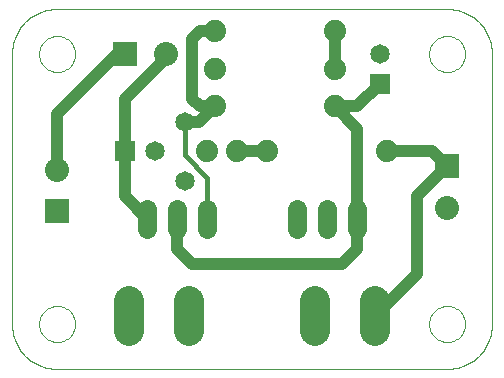
<source format=gtl>
G75*
%MOIN*%
%OFA0B0*%
%FSLAX24Y24*%
%IPPOS*%
%LPD*%
%AMOC8*
5,1,8,0,0,1.08239X$1,22.5*
%
%ADD10C,0.0000*%
%ADD11C,0.0640*%
%ADD12C,0.0650*%
%ADD13R,0.0650X0.0650*%
%ADD14C,0.0740*%
%ADD15R,0.0800X0.0800*%
%ADD16C,0.0800*%
%ADD17C,0.1000*%
%ADD18C,0.0400*%
%ADD19C,0.0160*%
D10*
X001680Y000180D02*
X014680Y000180D01*
X014080Y001680D02*
X014082Y001729D01*
X014088Y001777D01*
X014098Y001825D01*
X014112Y001872D01*
X014129Y001918D01*
X014150Y001962D01*
X014175Y002004D01*
X014203Y002044D01*
X014235Y002082D01*
X014269Y002117D01*
X014306Y002149D01*
X014345Y002178D01*
X014387Y002204D01*
X014431Y002226D01*
X014476Y002244D01*
X014523Y002259D01*
X014570Y002270D01*
X014619Y002277D01*
X014668Y002280D01*
X014717Y002279D01*
X014765Y002274D01*
X014814Y002265D01*
X014861Y002252D01*
X014907Y002235D01*
X014951Y002215D01*
X014994Y002191D01*
X015035Y002164D01*
X015073Y002133D01*
X015109Y002100D01*
X015141Y002064D01*
X015171Y002025D01*
X015198Y001984D01*
X015221Y001940D01*
X015240Y001895D01*
X015256Y001849D01*
X015268Y001802D01*
X015276Y001753D01*
X015280Y001704D01*
X015280Y001656D01*
X015276Y001607D01*
X015268Y001558D01*
X015256Y001511D01*
X015240Y001465D01*
X015221Y001420D01*
X015198Y001376D01*
X015171Y001335D01*
X015141Y001296D01*
X015109Y001260D01*
X015073Y001227D01*
X015035Y001196D01*
X014994Y001169D01*
X014951Y001145D01*
X014907Y001125D01*
X014861Y001108D01*
X014814Y001095D01*
X014765Y001086D01*
X014717Y001081D01*
X014668Y001080D01*
X014619Y001083D01*
X014570Y001090D01*
X014523Y001101D01*
X014476Y001116D01*
X014431Y001134D01*
X014387Y001156D01*
X014345Y001182D01*
X014306Y001211D01*
X014269Y001243D01*
X014235Y001278D01*
X014203Y001316D01*
X014175Y001356D01*
X014150Y001398D01*
X014129Y001442D01*
X014112Y001488D01*
X014098Y001535D01*
X014088Y001583D01*
X014082Y001631D01*
X014080Y001680D01*
X014680Y000180D02*
X014756Y000182D01*
X014832Y000188D01*
X014907Y000197D01*
X014982Y000211D01*
X015056Y000228D01*
X015129Y000249D01*
X015201Y000273D01*
X015272Y000302D01*
X015341Y000333D01*
X015408Y000368D01*
X015473Y000407D01*
X015537Y000449D01*
X015598Y000494D01*
X015657Y000542D01*
X015713Y000593D01*
X015767Y000647D01*
X015818Y000703D01*
X015866Y000762D01*
X015911Y000823D01*
X015953Y000887D01*
X015992Y000952D01*
X016027Y001019D01*
X016058Y001088D01*
X016087Y001159D01*
X016111Y001231D01*
X016132Y001304D01*
X016149Y001378D01*
X016163Y001453D01*
X016172Y001528D01*
X016178Y001604D01*
X016180Y001680D01*
X016180Y010680D01*
X014080Y010680D02*
X014082Y010729D01*
X014088Y010777D01*
X014098Y010825D01*
X014112Y010872D01*
X014129Y010918D01*
X014150Y010962D01*
X014175Y011004D01*
X014203Y011044D01*
X014235Y011082D01*
X014269Y011117D01*
X014306Y011149D01*
X014345Y011178D01*
X014387Y011204D01*
X014431Y011226D01*
X014476Y011244D01*
X014523Y011259D01*
X014570Y011270D01*
X014619Y011277D01*
X014668Y011280D01*
X014717Y011279D01*
X014765Y011274D01*
X014814Y011265D01*
X014861Y011252D01*
X014907Y011235D01*
X014951Y011215D01*
X014994Y011191D01*
X015035Y011164D01*
X015073Y011133D01*
X015109Y011100D01*
X015141Y011064D01*
X015171Y011025D01*
X015198Y010984D01*
X015221Y010940D01*
X015240Y010895D01*
X015256Y010849D01*
X015268Y010802D01*
X015276Y010753D01*
X015280Y010704D01*
X015280Y010656D01*
X015276Y010607D01*
X015268Y010558D01*
X015256Y010511D01*
X015240Y010465D01*
X015221Y010420D01*
X015198Y010376D01*
X015171Y010335D01*
X015141Y010296D01*
X015109Y010260D01*
X015073Y010227D01*
X015035Y010196D01*
X014994Y010169D01*
X014951Y010145D01*
X014907Y010125D01*
X014861Y010108D01*
X014814Y010095D01*
X014765Y010086D01*
X014717Y010081D01*
X014668Y010080D01*
X014619Y010083D01*
X014570Y010090D01*
X014523Y010101D01*
X014476Y010116D01*
X014431Y010134D01*
X014387Y010156D01*
X014345Y010182D01*
X014306Y010211D01*
X014269Y010243D01*
X014235Y010278D01*
X014203Y010316D01*
X014175Y010356D01*
X014150Y010398D01*
X014129Y010442D01*
X014112Y010488D01*
X014098Y010535D01*
X014088Y010583D01*
X014082Y010631D01*
X014080Y010680D01*
X014680Y012180D02*
X014756Y012178D01*
X014832Y012172D01*
X014907Y012163D01*
X014982Y012149D01*
X015056Y012132D01*
X015129Y012111D01*
X015201Y012087D01*
X015272Y012058D01*
X015341Y012027D01*
X015408Y011992D01*
X015473Y011953D01*
X015537Y011911D01*
X015598Y011866D01*
X015657Y011818D01*
X015713Y011767D01*
X015767Y011713D01*
X015818Y011657D01*
X015866Y011598D01*
X015911Y011537D01*
X015953Y011473D01*
X015992Y011408D01*
X016027Y011341D01*
X016058Y011272D01*
X016087Y011201D01*
X016111Y011129D01*
X016132Y011056D01*
X016149Y010982D01*
X016163Y010907D01*
X016172Y010832D01*
X016178Y010756D01*
X016180Y010680D01*
X014680Y012180D02*
X001680Y012180D01*
X001080Y010680D02*
X001082Y010729D01*
X001088Y010777D01*
X001098Y010825D01*
X001112Y010872D01*
X001129Y010918D01*
X001150Y010962D01*
X001175Y011004D01*
X001203Y011044D01*
X001235Y011082D01*
X001269Y011117D01*
X001306Y011149D01*
X001345Y011178D01*
X001387Y011204D01*
X001431Y011226D01*
X001476Y011244D01*
X001523Y011259D01*
X001570Y011270D01*
X001619Y011277D01*
X001668Y011280D01*
X001717Y011279D01*
X001765Y011274D01*
X001814Y011265D01*
X001861Y011252D01*
X001907Y011235D01*
X001951Y011215D01*
X001994Y011191D01*
X002035Y011164D01*
X002073Y011133D01*
X002109Y011100D01*
X002141Y011064D01*
X002171Y011025D01*
X002198Y010984D01*
X002221Y010940D01*
X002240Y010895D01*
X002256Y010849D01*
X002268Y010802D01*
X002276Y010753D01*
X002280Y010704D01*
X002280Y010656D01*
X002276Y010607D01*
X002268Y010558D01*
X002256Y010511D01*
X002240Y010465D01*
X002221Y010420D01*
X002198Y010376D01*
X002171Y010335D01*
X002141Y010296D01*
X002109Y010260D01*
X002073Y010227D01*
X002035Y010196D01*
X001994Y010169D01*
X001951Y010145D01*
X001907Y010125D01*
X001861Y010108D01*
X001814Y010095D01*
X001765Y010086D01*
X001717Y010081D01*
X001668Y010080D01*
X001619Y010083D01*
X001570Y010090D01*
X001523Y010101D01*
X001476Y010116D01*
X001431Y010134D01*
X001387Y010156D01*
X001345Y010182D01*
X001306Y010211D01*
X001269Y010243D01*
X001235Y010278D01*
X001203Y010316D01*
X001175Y010356D01*
X001150Y010398D01*
X001129Y010442D01*
X001112Y010488D01*
X001098Y010535D01*
X001088Y010583D01*
X001082Y010631D01*
X001080Y010680D01*
X000180Y010680D02*
X000182Y010756D01*
X000188Y010832D01*
X000197Y010907D01*
X000211Y010982D01*
X000228Y011056D01*
X000249Y011129D01*
X000273Y011201D01*
X000302Y011272D01*
X000333Y011341D01*
X000368Y011408D01*
X000407Y011473D01*
X000449Y011537D01*
X000494Y011598D01*
X000542Y011657D01*
X000593Y011713D01*
X000647Y011767D01*
X000703Y011818D01*
X000762Y011866D01*
X000823Y011911D01*
X000887Y011953D01*
X000952Y011992D01*
X001019Y012027D01*
X001088Y012058D01*
X001159Y012087D01*
X001231Y012111D01*
X001304Y012132D01*
X001378Y012149D01*
X001453Y012163D01*
X001528Y012172D01*
X001604Y012178D01*
X001680Y012180D01*
X000180Y010680D02*
X000180Y001680D01*
X001080Y001680D02*
X001082Y001729D01*
X001088Y001777D01*
X001098Y001825D01*
X001112Y001872D01*
X001129Y001918D01*
X001150Y001962D01*
X001175Y002004D01*
X001203Y002044D01*
X001235Y002082D01*
X001269Y002117D01*
X001306Y002149D01*
X001345Y002178D01*
X001387Y002204D01*
X001431Y002226D01*
X001476Y002244D01*
X001523Y002259D01*
X001570Y002270D01*
X001619Y002277D01*
X001668Y002280D01*
X001717Y002279D01*
X001765Y002274D01*
X001814Y002265D01*
X001861Y002252D01*
X001907Y002235D01*
X001951Y002215D01*
X001994Y002191D01*
X002035Y002164D01*
X002073Y002133D01*
X002109Y002100D01*
X002141Y002064D01*
X002171Y002025D01*
X002198Y001984D01*
X002221Y001940D01*
X002240Y001895D01*
X002256Y001849D01*
X002268Y001802D01*
X002276Y001753D01*
X002280Y001704D01*
X002280Y001656D01*
X002276Y001607D01*
X002268Y001558D01*
X002256Y001511D01*
X002240Y001465D01*
X002221Y001420D01*
X002198Y001376D01*
X002171Y001335D01*
X002141Y001296D01*
X002109Y001260D01*
X002073Y001227D01*
X002035Y001196D01*
X001994Y001169D01*
X001951Y001145D01*
X001907Y001125D01*
X001861Y001108D01*
X001814Y001095D01*
X001765Y001086D01*
X001717Y001081D01*
X001668Y001080D01*
X001619Y001083D01*
X001570Y001090D01*
X001523Y001101D01*
X001476Y001116D01*
X001431Y001134D01*
X001387Y001156D01*
X001345Y001182D01*
X001306Y001211D01*
X001269Y001243D01*
X001235Y001278D01*
X001203Y001316D01*
X001175Y001356D01*
X001150Y001398D01*
X001129Y001442D01*
X001112Y001488D01*
X001098Y001535D01*
X001088Y001583D01*
X001082Y001631D01*
X001080Y001680D01*
X000180Y001680D02*
X000182Y001604D01*
X000188Y001528D01*
X000197Y001453D01*
X000211Y001378D01*
X000228Y001304D01*
X000249Y001231D01*
X000273Y001159D01*
X000302Y001088D01*
X000333Y001019D01*
X000368Y000952D01*
X000407Y000887D01*
X000449Y000823D01*
X000494Y000762D01*
X000542Y000703D01*
X000593Y000647D01*
X000647Y000593D01*
X000703Y000542D01*
X000762Y000494D01*
X000823Y000449D01*
X000887Y000407D01*
X000952Y000368D01*
X001019Y000333D01*
X001088Y000302D01*
X001159Y000273D01*
X001231Y000249D01*
X001304Y000228D01*
X001378Y000211D01*
X001453Y000197D01*
X001528Y000188D01*
X001604Y000182D01*
X001680Y000180D01*
D11*
X004680Y004860D02*
X004680Y005500D01*
X005680Y005500D02*
X005680Y004860D01*
X006680Y004860D02*
X006680Y005500D01*
X009680Y005500D02*
X009680Y004860D01*
X010680Y004860D02*
X010680Y005500D01*
X011680Y005500D02*
X011680Y004860D01*
D12*
X005930Y006446D03*
X004930Y007430D03*
X005930Y008414D03*
X012430Y010680D03*
D13*
X012430Y009680D03*
X003930Y007430D03*
D14*
X006680Y007430D03*
X007680Y007430D03*
X008680Y007430D03*
X006930Y008930D03*
X006930Y010180D03*
X006930Y011430D03*
X010930Y011430D03*
X010930Y010180D03*
X010930Y008930D03*
X012680Y007430D03*
D15*
X014680Y006930D03*
X003930Y010680D03*
X001680Y005430D03*
D16*
X001680Y006808D03*
X005308Y010680D03*
X014680Y005552D03*
D17*
X012280Y002430D02*
X012280Y001430D01*
X010280Y001430D02*
X010280Y002430D01*
X006080Y002430D02*
X006080Y001430D01*
X004080Y001430D02*
X004080Y002430D01*
D18*
X005680Y004180D02*
X006180Y003680D01*
X011180Y003680D01*
X011680Y004180D01*
X011680Y005180D01*
X011680Y008180D01*
X010930Y008930D01*
X011680Y008930D01*
X012430Y009680D01*
X010930Y010180D02*
X010930Y011430D01*
X006930Y011430D02*
X006430Y011430D01*
X006180Y011180D01*
X006180Y009180D01*
X006430Y008930D01*
X006930Y008930D01*
X006414Y008414D01*
X005930Y008414D01*
X007680Y007430D02*
X008680Y007430D01*
X005680Y005180D02*
X005680Y004180D01*
X004680Y005180D02*
X003930Y005930D01*
X003930Y007430D01*
X003930Y009180D01*
X005308Y010558D01*
X005308Y010680D01*
X003930Y010680D02*
X003680Y010680D01*
X001680Y008680D01*
X001680Y006808D01*
X012280Y001930D02*
X013680Y003330D01*
X013680Y005930D01*
X014680Y006930D01*
X014180Y007430D01*
X012680Y007430D01*
D19*
X006680Y006555D02*
X006680Y005180D01*
X006680Y006555D02*
X005930Y007305D01*
X005930Y008414D01*
M02*

</source>
